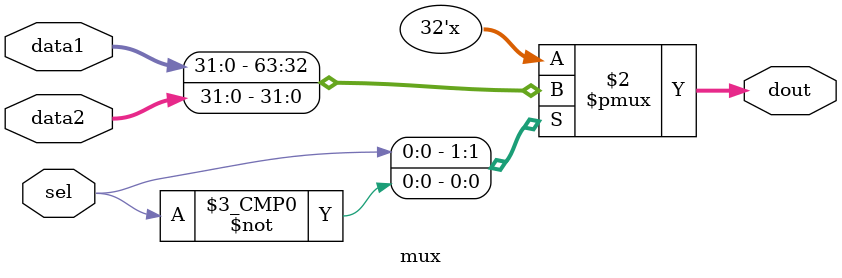
<source format=v>
`timescale 1ns / 1ps


module mux (
    input wire [31:0] data1,  // First 32-bit data input
    input wire [31:0] data2,  // Second 32-bit data input
    input wire sel,         // 1-bit wide selector signal
    output reg [31:0] dout  // 32-bit wide output data
);

// MUX logic
always @(*) begin
    case (sel)
        1'b1: dout = data1; // When sel is 0, choose the first input (in0)
        1'b0: dout = data2; // When sel is 1, choose the second input (in1)
    endcase
end

endmodule

</source>
